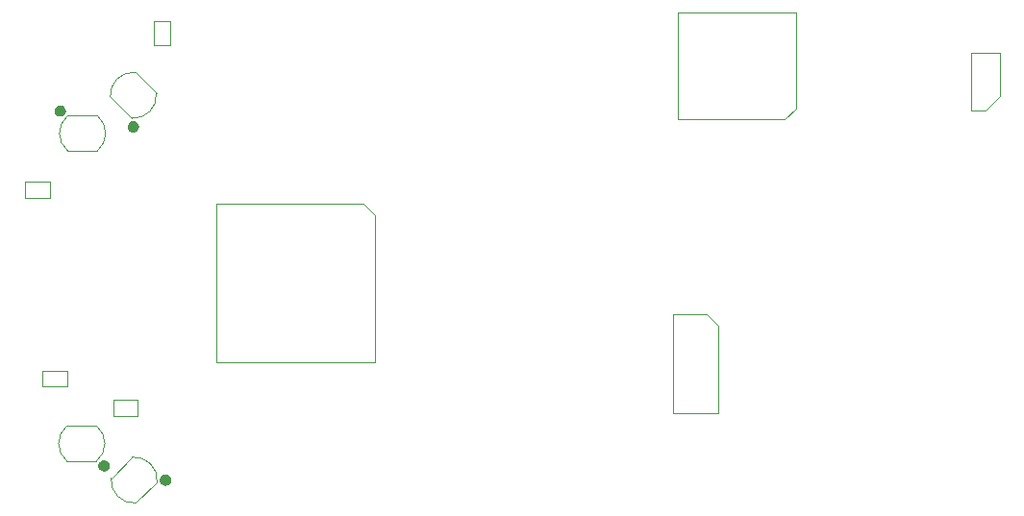
<source format=gbr>
G04 DipTrace 5.1.0.3*
G04 Íèæíÿÿãðàôèêà.gbr*
%MOMM*%
G04 #@! TF.FileFunction,Drawing,Bot*
G04 #@! TF.Part,Single*
%ADD10C,0.12*%
%FSLAX35Y35*%
G04*
G71*
G90*
G75*
G01*
G04 BotAssy*
%LPD*%
X10509740Y6056613D2*
D10*
X10636740Y6056620D1*
X10763733Y6183627D1*
X10763712Y6564627D1*
X10509712Y6564613D1*
X10509740Y6056613D1*
X8970176Y6921316D2*
X7928176Y6921237D1*
X7928248Y5981237D1*
X8870248Y5981309D1*
X8970240Y6081316D1*
X8970176Y6921316D1*
X2940439Y2821370D2*
X3125828Y3006760D1*
G36*
X3384377Y2839819D2*
X3389294Y2844131D1*
X3394733Y2847765D1*
X3400598Y2850657D1*
X3406792Y2852760D1*
X3413206Y2854036D1*
X3419733Y2854463D1*
X3426259Y2854036D1*
X3432673Y2852760D1*
X3438867Y2850657D1*
X3444733Y2847765D1*
X3450171Y2844131D1*
X3455088Y2839819D1*
X3459400Y2834901D1*
X3463034Y2829463D1*
X3465927Y2823598D1*
X3468029Y2817404D1*
X3469305Y2810990D1*
X3469733Y2804463D1*
X3469305Y2797937D1*
X3468029Y2791522D1*
X3465927Y2785329D1*
X3463034Y2779463D1*
X3459400Y2774025D1*
X3455088Y2769108D1*
D1*
X3450171Y2764796D1*
X3444733Y2761162D1*
X3438867Y2758269D1*
X3432673Y2756167D1*
X3426259Y2754891D1*
X3419733Y2754463D1*
X3413206Y2754891D1*
X3406792Y2756167D1*
X3400598Y2758269D1*
X3394733Y2761162D1*
X3389294Y2764796D1*
X3384377Y2769108D1*
X3380065Y2774025D1*
X3376431Y2779463D1*
X3373539Y2785329D1*
X3371436Y2791522D1*
X3370160Y2797937D1*
X3369733Y2804463D1*
X3370160Y2810990D1*
X3371436Y2817404D1*
X3373539Y2823598D1*
X3376431Y2829463D1*
X3380065Y2834901D1*
X3384377Y2839819D1*
D1*
G37*
X3345029Y2787554D2*
D10*
X3159642Y2602167D1*
X3345029Y2787554D2*
G03X3125828Y3006760I-200771J18434D01*
G01*
X3159642Y2602167D2*
G02X2940439Y2821370I-17435J201768D01*
G01*
X3152939Y6397461D2*
X3338332Y6212077D1*
G36*
X3171398Y5953524D2*
X3175710Y5948607D1*
X3179344Y5943169D1*
X3182237Y5937303D1*
X3184339Y5931110D1*
X3185615Y5924695D1*
X3186043Y5918169D1*
X3185615Y5911642D1*
X3184340Y5905228D1*
X3182238Y5899034D1*
X3179345Y5893169D1*
X3175711Y5887730D1*
X3171399Y5882813D1*
X3166482Y5878501D1*
X3161044Y5874867D1*
X3155178Y5871974D1*
X3148985Y5869872D1*
X3142571Y5868595D1*
X3136044Y5868168D1*
X3129518Y5868595D1*
X3123103Y5869871D1*
X3116910Y5871973D1*
X3111044Y5874866D1*
X3105606Y5878499D1*
X3100689Y5882811D1*
D1*
X3096376Y5887728D1*
X3092742Y5893166D1*
X3089850Y5899032D1*
X3087747Y5905225D1*
X3086471Y5911640D1*
X3086043Y5918166D1*
X3086471Y5924693D1*
X3087746Y5931107D1*
X3089849Y5937301D1*
X3092741Y5943166D1*
X3096375Y5948605D1*
X3100687Y5953522D1*
X3105604Y5957834D1*
X3111042Y5961468D1*
X3116908Y5964361D1*
X3123101Y5966463D1*
X3129516Y5967740D1*
X3136042Y5968168D1*
X3142568Y5967740D1*
X3148983Y5966464D1*
X3155176Y5964362D1*
X3161042Y5961469D1*
X3166480Y5957836D1*
X3171398Y5953524D1*
D1*
G37*
X3119132Y5992871D2*
D10*
X2933741Y6178253D1*
X3119132Y5992871D2*
G03X3338332Y6212077I18429J200772D01*
G01*
X2933741Y6178253D2*
G02X3152939Y6397461I201768J17440D01*
G01*
X2550243Y3281260D2*
X2812423Y3281267D1*
G36*
X2877207Y2980402D2*
X2883733Y2979974D1*
X2890148Y2978698D1*
X2896341Y2976596D1*
X2902207Y2973703D1*
X2907645Y2970070D1*
X2912563Y2965758D1*
X2916875Y2960841D1*
X2920509Y2955403D1*
X2923402Y2949537D1*
X2925504Y2943344D1*
X2926780Y2936929D1*
X2927208Y2930403D1*
X2926781Y2923877D1*
X2925505Y2917462D1*
X2923403Y2911269D1*
X2920510Y2905403D1*
X2916877Y2899965D1*
X2912564Y2895047D1*
X2907647Y2890735D1*
X2902209Y2887101D1*
X2896344Y2884208D1*
X2890150Y2882106D1*
X2883736Y2880830D1*
X2877210Y2880402D1*
D1*
X2870683Y2880829D1*
X2864269Y2882105D1*
X2858075Y2884207D1*
X2852209Y2887100D1*
X2846771Y2890733D1*
X2841854Y2895045D1*
X2837541Y2899962D1*
X2833908Y2905400D1*
X2831015Y2911266D1*
X2828912Y2917459D1*
X2827636Y2923874D1*
X2827208Y2930400D1*
X2827636Y2936927D1*
X2828912Y2943341D1*
X2831014Y2949535D1*
X2833906Y2955400D1*
X2837540Y2960839D1*
X2841852Y2965756D1*
X2846769Y2970068D1*
X2852207Y2973702D1*
X2858073Y2976595D1*
X2864266Y2978698D1*
X2870681Y2979974D1*
X2877207Y2980402D1*
D1*
G37*
X2812427Y2971267D2*
D10*
X2550251Y2971260D1*
X2812427Y2971267D2*
G03X2812423Y3281267I-128936J154998D01*
G01*
X2550251Y2971260D2*
G02X2550243Y3281260I130339J155003D01*
G01*
X2820130Y5705166D2*
X2557950Y5705161D1*
G36*
X2493167Y6006027D2*
X2486641Y6006454D1*
X2480226Y6007730D1*
X2474033Y6009832D1*
X2468167Y6012725D1*
X2462729Y6016358D1*
X2457812Y6020671D1*
X2453499Y6025588D1*
X2449866Y6031026D1*
X2446973Y6036892D1*
X2444870Y6043085D1*
X2443594Y6049499D1*
X2443167Y6056026D1*
X2443594Y6062552D1*
X2444870Y6068967D1*
X2446972Y6075160D1*
X2449865Y6081026D1*
X2453498Y6086464D1*
X2457811Y6091381D1*
X2462728Y6095694D1*
X2468166Y6099327D1*
X2474032Y6102220D1*
X2480225Y6104323D1*
X2486639Y6105599D1*
X2493166Y6106027D1*
D1*
X2499692Y6105599D1*
X2506107Y6104323D1*
X2512300Y6102221D1*
X2518166Y6099328D1*
X2523604Y6095695D1*
X2528521Y6091383D1*
X2532834Y6086465D1*
X2536467Y6081027D1*
X2539360Y6075162D1*
X2541463Y6068968D1*
X2542739Y6062554D1*
X2543167Y6056027D1*
X2542739Y6049501D1*
X2541463Y6043086D1*
X2539361Y6036893D1*
X2536468Y6031027D1*
X2532835Y6025589D1*
X2528523Y6020672D1*
X2523605Y6016359D1*
X2518167Y6012726D1*
X2512302Y6009833D1*
X2506108Y6007731D1*
X2499694Y6006454D1*
X2493167Y6006027D1*
D1*
G37*
X2557947Y6015161D2*
D10*
X2820124Y6015166D1*
X2557947Y6015161D2*
G03X2557950Y5705161I128935J-154999D01*
G01*
X2820124Y6015166D2*
G02X2820130Y5705166I-130340J-155002D01*
G01*
X2554092Y3629909D2*
X2554088Y3769909D1*
X2338088Y3769904D1*
X2338092Y3629904D1*
X2554092Y3629909D1*
X3460132Y6851066D2*
X3320132Y6851061D1*
X3320141Y6635061D1*
X3460141Y6635066D1*
X3460132Y6851066D1*
X2182834Y5432159D2*
X2182840Y5292159D1*
X2398840Y5292168D1*
X2398834Y5432168D1*
X2182834Y5432159D1*
X3175438Y3369966D2*
X3175435Y3509966D1*
X2959435Y3509961D1*
X2959438Y3369961D1*
X3175438Y3369966D1*
X3865210Y5240603D2*
Y3840603D1*
X5265210D1*
Y5140603D1*
X5165210Y5240603D1*
X3865210D1*
X7888793Y4266037D2*
Y3390037D1*
X8288793D1*
Y4166037D1*
X8188793Y4266037D1*
X7888793D1*
M02*

</source>
